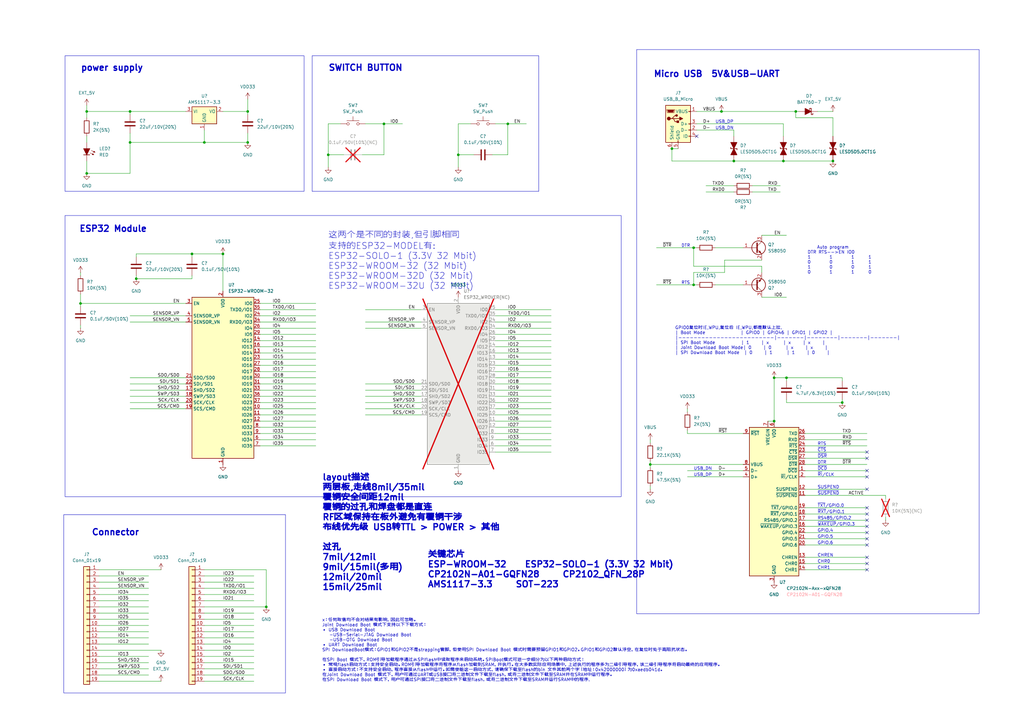
<source format=kicad_sch>
(kicad_sch (version 20250114) (generator "eeschema") (generator_version "9.0")
  (paper "A3")
  (rectangle (start 26.67 22.86) (end 124.714 78.486))
  (rectangle (start 261.112 20.32) (end 401.574 251.714))
  (rectangle (start 26.67 88.392) (end 254.762 203.708))
  (rectangle (start 128.016 22.86) (end 220.98 78.486))
  (rectangle (start 26.162 211.074) (end 117.094 284.226))
  (text "CHR0" (at 335.28 231.14 0) (effects (font (size 1.27 1.27)) (justify left bottom)))
  (text "~{RXT}/GPIO.1" (at 335.28 210.82 0) (effects (font (size 1.27 1.27)) (justify left bottom)))
  (text "GPIO0复位时IE,WPU,复位后 IE,WPU,都是默认上拉.\n| Boot Mode               | GPIO0 | GPIO46 | GPIO1 | GPIO2 |\n|-------------------------|-------|--------|-------|-------|\n| SPI Boot Mode           | 1     | x      | x     | x     |\n| Joint Download Boot Mode| 0     | 0      | x     | x     |\n| SPI Download Boot Mode  | 0     | 1      | 1     | 0     |" (at 276.86 139.7 0) (effects (font (size 1.27 1.27)) (justify left)))
  (text "支持的ESP32-MODEL有:\nESP32-SOLO-1 (3.3V 32 Mbit)\nESP32-WROOM-32 (32 Mbit)\nESP32-WROOM-32D (32 Mbit)\nESP32-WROOM-32U (32 Mbit)" (exclude_from_sim yes) (at 134.62 109.22 0) (effects (font (size 2.54 2.54)) (justify left)))
  (text "关键芯片\nESP-WROOM-32    ESP32-SOLO-1 (3.3V 32 Mbit)\nCP2102N-A01-GQFN28     CP2102_QFN_28P\nAMS1117-3.3     SOT-223" (exclude_from_sim yes) (at 175.26 233.68 0) (effects (font (size 2.54 2.54) (thickness 0.508) (bold yes)) (justify left)))
  (text "     Auto program\n DTR RTS-->EN IO0\n 1        1        1      1\n 0        0        1      1\n 1        0        0      1\n 0        1        1      0" (at 330.2 106.68 0) (effects (font (size 1.27 1.27)) (justify left)))
  (text "~{WAKEUP}/GPIO.3" (at 335.28 215.9 0) (effects (font (size 1.27 1.27)) (justify left bottom)))
  (text "layout描述\n两层板,走线8mil/35mil\n覆铜安全间距12mil\n覆铜的过孔和焊盘都是直连\nRF区域保持在板外避免有覆铜干涉\n布线优先级 USB转TTL > POWER > 其他\n\n过孔 \n7mil/12mil\n9mil/15mil(多用)\n12mil/20mil\n15mil/25mil" (at 132.08 218.44 0) (effects (font (size 2.54 2.54) (thickness 0.508) (bold yes)) (justify left)))
  (text "CHR1" (at 335.28 233.68 0) (effects (font (size 1.27 1.27)) (justify left bottom)))
  (text "SWITCH BUTTON" (at 134.62 27.94 0) (effects (font (size 2.54 2.54) (thickness 0.508) (bold yes)) (justify left)))
  (text "RS485/GPIO.2" (at 335.28 213.36 0) (effects (font (size 1.27 1.27)) (justify left bottom)))
  (text "~{DCD}" (at 335.28 193.04 0) (effects (font (size 1.27 1.27)) (justify left bottom)))
  (text " Connector" (at 35.56 218.44 0) (effects (font (size 2.54 2.54) (thickness 0.508) (bold yes)) (justify left)))
  (text "DTR" (at 279.4 101.6 0) (effects (font (size 1.27 1.27)) (justify left bottom)))
  (text "CHREN" (at 335.28 228.6 0) (effects (font (size 1.27 1.27)) (justify left bottom)))
  (text "~{RI}/CLK" (at 335.28 195.58 0) (effects (font (size 1.27 1.27)) (justify left bottom)))
  (text "RTS" (at 279.4 116.84 0) (effects (font (size 1.27 1.27)) (justify left bottom)))
  (text "USB_DP" (at 293.37 50.8 0) (effects (font (size 1.27 1.27)) (justify left bottom)))
  (text "USB_DN" (at 293.37 53.34 0) (effects (font (size 1.27 1.27)) (justify left bottom)))
  (text "DTR" (at 335.28 190.5 0) (effects (font (size 1.27 1.27)) (justify left bottom)))
  (text "RTS" (at 335.28 182.88 0) (effects (font (size 1.27 1.27)) (justify left bottom)))
  (text " ESP32 Module" (at 30.48 93.98 0) (effects (font (size 2.54 2.54) (thickness 0.508) (bold yes)) (justify left)))
  (text "GPIO.6" (at 335.28 223.52 0) (effects (font (size 1.27 1.27)) (justify left bottom)))
  (text "~{CTS}" (at 335.28 185.42 0) (effects (font (size 1.27 1.27)) (justify left bottom)))
  (text "SUSPEND" (at 335.28 200.66 0) (effects (font (size 1.27 1.27)) (justify left bottom)))
  (text "这两个是不同的封装,但引脚相同" (exclude_from_sim yes) (at 134.62 96.52 0) (effects (font (size 2.54 2.54)) (justify left)))
  (text "~{SUSPEND}" (at 335.28 203.2 0) (effects (font (size 1.27 1.27)) (justify left bottom)))
  (text "~{TXT}/GPIO.0" (at 335.28 208.28 0) (effects (font (size 1.27 1.27)) (justify left bottom)))
  (text "USB_DN" (at 284.48 193.04 0) (effects (font (size 1.27 1.27)) (justify left bottom)))
  (text "~{DSR}" (at 335.28 187.96 0) (effects (font (size 1.27 1.27)) (justify left bottom)))
  (text "Micro USB  5V&USB-UART" (at 267.97 30.48 0) (effects (font (size 2.54 2.54) (thickness 0.508) (bold yes)) (justify left)))
  (text "x：任何取值均不会对结果有影响，因此可忽略。\nJoint Download Boot 模式下支持以下下载方式：\n• USB Download Boot\n   -USB-Serial-JTAG Download Boot\n   -USB-OTG Download Boot\n• UART Download Boot\nSPI DownloadBoot模式：GPIO1和GPIO2不是strapping管脚，但使用SPI Download Boot 模式时需要预留GPIO1和GPIO2。GPIO1和GPIO2默认浮空，在复位时处于高阻抗状态。\n\n在SPI Boot 模式下，ROM引导加载程序通过从SPIflash中读取程序来启动系统。SPIBoot模式可进一步细分为以下两种启动方式：\n• 常规flash启动方式：支持安全启动。ROM引导加载程序将程序从flash加载到SRAM，并执行。在大多数实际应用场景中，上述执行的程序多为二级引导程序，该二级引导程序将启动最终的应用程序。\n• 直接启动方式：不支持安全启动，程序直接从flash中运行。如需使能这一启动方式，请确保下载至flash的bin 文件其前两个字（地址：0x42000000）为0xaedb041d。\n在Joint Download Boot 模式下，用户可通过UART或USB接口将二进制文件下载至flash，或将二进制文件下载至SRAM并在SRAM中运行程序。\n在SPI Download Boot 模式下，用户可通过SPI接口将二进制文件下载至flash，或将二进制文件下载至SRAM并运行SRAM中的程序." (at 132.08 266.7 0) (effects (font (size 1.27 1.27)) (justify left)))
  (text "GPIO.4" (at 335.28 218.44 0) (effects (font (size 1.27 1.27)) (justify left bottom)))
  (text "USB_DP" (at 284.48 195.58 0) (effects (font (size 1.27 1.27)) (justify left bottom)))
  (text "GPIO.5" (at 335.28 220.98 0) (effects (font (size 1.27 1.27)) (justify left bottom)))
  (text "power supply" (exclude_from_sim yes) (at 33.02 27.94 0) (effects (font (size 2.54 2.54) (thickness 0.508) (bold yes)) (justify left)))
  (junction (at 101.6 58.42))
  (junction (at 208.28 50.8))
  (junction (at 295.91 45.72))
  (junction (at 33.02 124.46))
  (junction (at 187.96 63.5))
  (junction (at 317.5 172.72))
  (junction (at 345.44 165.1))
  (junction (at 53.34 45.72))
  (junction (at 321.31 66.04))
  (junction (at 101.6 45.72))
  (junction (at 55.88 114.3))
  (junction (at 35.56 45.72))
  (junction (at 266.7 190.5))
  (junction (at 109.22 248.92))
  (junction (at 300.99 66.04))
  (junction (at 284.48 101.6))
  (junction (at 275.59 60.96))
  (junction (at 53.34 58.42))
  (junction (at 134.62 63.5))
  (junction (at 317.5 154.94))
  (junction (at 91.44 104.14))
  (junction (at 35.56 71.12))
  (junction (at 83.82 58.42))
  (junction (at 157.48 50.8))
  (junction (at 284.48 116.84))
  (junction (at 78.74 104.14))
  (junction (at 326.39 45.72))
  (junction (at 341.63 66.04))
  (junction (at 322.58 154.94))
  (no_connect (at 285.75 55.88))
  (no_connect (at 355.6 231.14))
  (no_connect (at 355.6 200.66))
  (no_connect (at 355.6 228.6))
  (no_connect (at 355.6 187.96))
  (no_connect (at 355.6 208.28))
  (no_connect (at 355.6 218.44))
  (no_connect (at 355.6 195.58))
  (no_connect (at 355.6 233.68))
  (no_connect (at 355.6 213.36))
  (no_connect (at 355.6 185.42))
  (no_connect (at 355.6 223.52))
  (no_connect (at 355.6 215.9))
  (no_connect (at 355.6 220.98))
  (no_connect (at 355.6 210.82))
  (no_connect (at 355.6 193.04))
  (wire (pts (xy 83.82 261.62) (xy 104.14 261.62)))
  (wire (pts (xy 322.58 163.83) (xy 322.58 165.1)))
  (wire (pts (xy 285.75 53.34) (xy 300.99 53.34)))
  (wire (pts (xy 129.54 129.54) (xy 106.68 129.54)))
  (wire (pts (xy 226.06 132.08) (xy 203.2 132.08)))
  (wire (pts (xy 289.56 78.74) (xy 300.99 78.74)))
  (wire (pts (xy 284.48 111.76) (xy 297.18 111.76)))
  (wire (pts (xy 53.34 71.12) (xy 35.56 71.12)))
  (wire (pts (xy 322.58 154.94) (xy 322.58 156.21)))
  (wire (pts (xy 226.06 182.88) (xy 203.2 182.88)))
  (wire (pts (xy 363.22 212.09) (xy 363.22 213.36)))
  (wire (pts (xy 40.64 254) (xy 60.96 254)))
  (wire (pts (xy 226.06 175.26) (xy 203.2 175.26)))
  (wire (pts (xy 129.54 180.34) (xy 106.68 180.34)))
  (wire (pts (xy 83.82 243.84) (xy 104.14 243.84)))
  (wire (pts (xy 83.82 236.22) (xy 104.14 236.22)))
  (wire (pts (xy 284.48 109.22) (xy 312.42 109.22)))
  (wire (pts (xy 83.82 266.7) (xy 104.14 266.7)))
  (wire (pts (xy 284.48 101.6) (xy 284.48 109.22)))
  (wire (pts (xy 355.6 215.9) (xy 330.2 215.9)))
  (wire (pts (xy 129.54 177.8) (xy 106.68 177.8)))
  (wire (pts (xy 226.06 162.56) (xy 203.2 162.56)))
  (wire (pts (xy 266.7 180.34) (xy 266.7 181.61)))
  (wire (pts (xy 129.54 152.4) (xy 106.68 152.4)))
  (wire (pts (xy 40.64 256.54) (xy 60.96 256.54)))
  (wire (pts (xy 35.56 45.72) (xy 53.34 45.72)))
  (wire (pts (xy 281.94 176.53) (xy 281.94 177.8)))
  (wire (pts (xy 53.34 132.08) (xy 76.2 132.08)))
  (wire (pts (xy 226.06 165.1) (xy 203.2 165.1)))
  (wire (pts (xy 53.34 160.02) (xy 76.2 160.02)))
  (wire (pts (xy 226.06 129.54) (xy 203.2 129.54)))
  (wire (pts (xy 129.54 175.26) (xy 106.68 175.26)))
  (wire (pts (xy 266.7 190.5) (xy 304.8 190.5)))
  (wire (pts (xy 53.34 54.61) (xy 53.34 58.42)))
  (wire (pts (xy 40.64 243.84) (xy 60.96 243.84)))
  (wire (pts (xy 321.31 50.8) (xy 321.31 55.88)))
  (wire (pts (xy 40.64 241.3) (xy 60.96 241.3)))
  (wire (pts (xy 139.7 50.8) (xy 134.62 50.8)))
  (wire (pts (xy 355.6 228.6) (xy 330.2 228.6)))
  (wire (pts (xy 226.06 144.78) (xy 203.2 144.78)))
  (wire (pts (xy 35.56 45.72) (xy 35.56 48.26)))
  (wire (pts (xy 226.06 149.86) (xy 203.2 149.86)))
  (wire (pts (xy 275.59 66.04) (xy 300.99 66.04)))
  (wire (pts (xy 312.42 109.22) (xy 312.42 111.76)))
  (wire (pts (xy 78.74 114.3) (xy 55.88 114.3)))
  (wire (pts (xy 40.64 261.62) (xy 60.96 261.62)))
  (wire (pts (xy 129.54 172.72) (xy 106.68 172.72)))
  (wire (pts (xy 322.58 154.94) (xy 345.44 154.94)))
  (wire (pts (xy 317.5 154.94) (xy 322.58 154.94)))
  (wire (pts (xy 33.02 111.76) (xy 33.02 113.03)))
  (wire (pts (xy 266.7 199.39) (xy 266.7 200.66)))
  (wire (pts (xy 226.06 160.02) (xy 203.2 160.02)))
  (wire (pts (xy 40.64 233.68) (xy 66.04 233.68)))
  (wire (pts (xy 281.94 167.64) (xy 281.94 168.91)))
  (wire (pts (xy 293.37 116.84) (xy 304.8 116.84)))
  (wire (pts (xy 281.94 193.04) (xy 304.8 193.04)))
  (wire (pts (xy 129.54 147.32) (xy 106.68 147.32)))
  (wire (pts (xy 129.54 157.48) (xy 106.68 157.48)))
  (wire (pts (xy 91.44 45.72) (xy 101.6 45.72)))
  (wire (pts (xy 129.54 144.78) (xy 106.68 144.78)))
  (wire (pts (xy 129.54 139.7) (xy 106.68 139.7)))
  (wire (pts (xy 33.02 124.46) (xy 33.02 125.73)))
  (wire (pts (xy 157.48 50.8) (xy 165.1 50.8)))
  (wire (pts (xy 355.6 187.96) (xy 330.2 187.96)))
  (wire (pts (xy 129.54 167.64) (xy 106.68 167.64)))
  (wire (pts (xy 83.82 238.76) (xy 104.14 238.76)))
  (wire (pts (xy 83.82 246.38) (xy 104.14 246.38)))
  (wire (pts (xy 149.86 134.62) (xy 172.72 134.62)))
  (wire (pts (xy 129.54 127) (xy 106.68 127)))
  (wire (pts (xy 355.6 231.14) (xy 330.2 231.14)))
  (wire (pts (xy 157.48 50.8) (xy 149.86 50.8)))
  (wire (pts (xy 129.54 165.1) (xy 106.68 165.1)))
  (wire (pts (xy 187.96 63.5) (xy 194.31 63.5)))
  (wire (pts (xy 134.62 63.5) (xy 134.62 68.58)))
  (wire (pts (xy 129.54 162.56) (xy 106.68 162.56)))
  (wire (pts (xy 53.34 45.72) (xy 76.2 45.72)))
  (wire (pts (xy 148.59 63.5) (xy 157.48 63.5)))
  (wire (pts (xy 83.82 53.34) (xy 83.82 58.42)))
  (wire (pts (xy 355.6 233.68) (xy 330.2 233.68)))
  (wire (pts (xy 284.48 116.84) (xy 285.75 116.84)))
  (wire (pts (xy 269.24 116.84) (xy 284.48 116.84)))
  (wire (pts (xy 40.64 279.4) (xy 66.04 279.4)))
  (wire (pts (xy 149.86 162.56) (xy 172.72 162.56)))
  (wire (pts (xy 355.6 213.36) (xy 330.2 213.36)))
  (wire (pts (xy 149.86 170.18) (xy 172.72 170.18)))
  (wire (pts (xy 40.64 238.76) (xy 60.96 238.76)))
  (wire (pts (xy 55.88 104.14) (xy 78.74 104.14)))
  (wire (pts (xy 295.91 45.72) (xy 326.39 45.72)))
  (wire (pts (xy 40.64 264.16) (xy 60.96 264.16)))
  (wire (pts (xy 55.88 113.03) (xy 55.88 114.3)))
  (wire (pts (xy 35.56 43.18) (xy 35.56 45.72)))
  (wire (pts (xy 33.02 133.35) (xy 33.02 134.62)))
  (wire (pts (xy 40.64 269.24) (xy 60.96 269.24)))
  (wire (pts (xy 35.56 66.04) (xy 35.56 71.12)))
  (wire (pts (xy 101.6 54.61) (xy 101.6 58.42)))
  (wire (pts (xy 83.82 279.4) (xy 104.14 279.4)))
  (wire (pts (xy 355.6 185.42) (xy 330.2 185.42)))
  (wire (pts (xy 53.34 167.64) (xy 76.2 167.64)))
  (wire (pts (xy 83.82 269.24) (xy 104.14 269.24)))
  (wire (pts (xy 157.48 63.5) (xy 157.48 50.8)))
  (wire (pts (xy 193.04 50.8) (xy 187.96 50.8)))
  (wire (pts (xy 355.6 218.44) (xy 330.2 218.44)))
  (wire (pts (xy 53.34 45.72) (xy 53.34 46.99)))
  (wire (pts (xy 355.6 200.66) (xy 330.2 200.66)))
  (wire (pts (xy 187.96 50.8) (xy 187.96 63.5)))
  (wire (pts (xy 308.61 78.74) (xy 320.04 78.74)))
  (wire (pts (xy 129.54 137.16) (xy 106.68 137.16)))
  (wire (pts (xy 53.34 58.42) (xy 83.82 58.42)))
  (wire (pts (xy 83.82 58.42) (xy 101.6 58.42)))
  (wire (pts (xy 355.6 195.58) (xy 330.2 195.58)))
  (wire (pts (xy 226.06 172.72) (xy 203.2 172.72)))
  (wire (pts (xy 109.22 233.68) (xy 109.22 248.92)))
  (wire (pts (xy 83.82 276.86) (xy 104.14 276.86)))
  (wire (pts (xy 355.6 193.04) (xy 330.2 193.04)))
  (wire (pts (xy 134.62 63.5) (xy 140.97 63.5)))
  (wire (pts (xy 40.64 274.32) (xy 60.96 274.32)))
  (wire (pts (xy 129.54 132.08) (xy 106.68 132.08)))
  (wire (pts (xy 297.18 106.68) (xy 312.42 106.68)))
  (wire (pts (xy 129.54 134.62) (xy 106.68 134.62)))
  (wire (pts (xy 83.82 256.54) (xy 104.14 256.54)))
  (wire (pts (xy 129.54 142.24) (xy 106.68 142.24)))
  (wire (pts (xy 149.86 127) (xy 172.72 127)))
  (wire (pts (xy 317.5 154.94) (xy 317.5 172.72)))
  (wire (pts (xy 83.82 264.16) (xy 104.14 264.16)))
  (wire (pts (xy 330.2 203.2) (xy 363.22 203.2)))
  (wire (pts (xy 275.59 60.96) (xy 278.13 60.96)))
  (wire (pts (xy 101.6 45.72) (xy 101.6 46.99)))
  (wire (pts (xy 226.06 154.94) (xy 203.2 154.94)))
  (wire (pts (xy 83.82 259.08) (xy 104.14 259.08)))
  (wire (pts (xy 83.82 271.78) (xy 104.14 271.78)))
  (wire (pts (xy 281.94 195.58) (xy 304.8 195.58)))
  (wire (pts (xy 208.28 50.8) (xy 215.9 50.8)))
  (wire (pts (xy 40.64 251.46) (xy 60.96 251.46)))
  (wire (pts (xy 308.61 76.2) (xy 320.04 76.2)))
  (wire (pts (xy 149.86 160.02) (xy 172.72 160.02)))
  (wire (pts (xy 226.06 167.64) (xy 203.2 167.64)))
  (wire (pts (xy 129.54 170.18) (xy 106.68 170.18)))
  (wire (pts (xy 285.75 45.72) (xy 295.91 45.72)))
  (wire (pts (xy 355.6 182.88) (xy 330.2 182.88)))
  (wire (pts (xy 83.82 248.92) (xy 109.22 248.92)))
  (wire (pts (xy 226.06 147.32) (xy 203.2 147.32)))
  (wire (pts (xy 355.6 220.98) (xy 330.2 220.98)))
  (wire (pts (xy 134.62 50.8) (xy 134.62 63.5)))
  (wire (pts (xy 53.34 129.54) (xy 76.2 129.54)))
  (wire (pts (xy 355.6 177.8) (xy 330.2 177.8)))
  (wire (pts (xy 53.34 165.1) (xy 76.2 165.1)))
  (wire (pts (xy 300.99 66.04) (xy 321.31 66.04)))
  (wire (pts (xy 53.34 154.94) (xy 76.2 154.94)))
  (wire (pts (xy 129.54 154.94) (xy 106.68 154.94)))
  (wire (pts (xy 40.64 271.78) (xy 60.96 271.78)))
  (wire (pts (xy 40.64 248.92) (xy 60.96 248.92)))
  (wire (pts (xy 363.22 203.2) (xy 363.22 204.47)))
  (wire (pts (xy 208.28 50.8) (xy 203.2 50.8)))
  (wire (pts (xy 40.64 246.38) (xy 60.96 246.38)))
  (wire (pts (xy 355.6 208.28) (xy 330.2 208.28)))
  (wire (pts (xy 266.7 190.5) (xy 266.7 191.77)))
  (wire (pts (xy 149.86 167.64) (xy 172.72 167.64)))
  (wire (pts (xy 285.75 50.8) (xy 321.31 50.8)))
  (wire (pts (xy 335.28 45.72) (xy 341.63 45.72)))
  (wire (pts (xy 53.34 162.56) (xy 76.2 162.56)))
  (wire (pts (xy 345.44 163.83) (xy 345.44 165.1)))
  (wire (pts (xy 284.48 101.6) (xy 285.75 101.6)))
  (wire (pts (xy 312.42 121.92) (xy 322.58 121.92)))
  (wire (pts (xy 187.96 63.5) (xy 187.96 68.58)))
  (wire (pts (xy 284.48 111.76) (xy 284.48 116.84)))
  (wire (pts (xy 33.02 120.65) (xy 33.02 124.46)))
  (wire (pts (xy 149.86 157.48) (xy 172.72 157.48)))
  (wire (pts (xy 78.74 104.14) (xy 91.44 104.14)))
  (wire (pts (xy 201.93 63.5) (xy 208.28 63.5)))
  (wire (pts (xy 129.54 182.88) (xy 106.68 182.88)))
  (wire (pts (xy 355.6 180.34) (xy 330.2 180.34)))
  (wire (pts (xy 326.39 48.26) (xy 341.63 48.26)))
  (wire (pts (xy 91.44 104.14) (xy 91.44 119.38)))
  (wire (pts (xy 314.96 172.72) (xy 317.5 172.72)))
  (wire (pts (xy 326.39 45.72) (xy 326.39 48.26)))
  (wire (pts (xy 83.82 274.32) (xy 104.14 274.32)))
  (wire (pts (xy 53.34 58.42) (xy 53.34 71.12)))
  (wire (pts (xy 226.06 185.42) (xy 203.2 185.42)))
  (wire (pts (xy 269.24 101.6) (xy 284.48 101.6)))
  (wire (pts (xy 226.06 152.4) (xy 203.2 152.4)))
  (wire (pts (xy 341.63 48.26) (xy 341.63 55.88)))
  (wire (pts (xy 55.88 104.14) (xy 55.88 105.41)))
  (wire (pts (xy 312.42 96.52) (xy 322.58 96.52)))
  (wire (pts (xy 129.54 149.86) (xy 106.68 149.86)))
  (wire (pts (xy 289.56 76.2) (xy 300.99 76.2)))
  (wire (pts (xy 83.82 233.68) (xy 109.22 233.68)))
  (wire (pts (xy 83.82 254) (xy 104.14 254)))
  (wire (pts (xy 226.06 170.18) (xy 203.2 170.18)))
  (wire (pts (xy 78.74 113.03) (xy 78.74 114.3)))
  (wire (pts (xy 355.6 223.52) (xy 330.2 223.52)))
  (wire (pts (xy 226.06 142.24) (xy 203.2 142.24)))
  (wire (pts (xy 208.28 63.5) (xy 208.28 50.8)))
  (wire (pts (xy 129.54 160.02) (xy 106.68 160.02)))
  (wire (pts (xy 355.6 210.82) (xy 330.2 210.82)))
  (wire (pts (xy 275.59 66.04) (xy 275.59 60.96)))
  (wire (pts (xy 293.37 101.6) (xy 304.8 101.6)))
  (wire (pts (xy 326.39 45.72) (xy 327.66 45.72)))
  (wire (pts (xy 226.06 139.7) (xy 203.2 139.7)))
  (wire (pts (xy 149.86 165.1) (xy 172.72 165.1)))
  (wire (pts (xy 226.06 137.16) (xy 203.2 137.16)))
  (wire (pts (xy 53.34 157.48) (xy 76.2 157.48)))
  (wire (pts (xy 355.6 190.5) (xy 330.2 190.5)))
  (wire (pts (xy 345.44 154.94) (xy 345.44 156.21)))
  (wire (pts (xy 297.18 111.76) (xy 297.18 106.68)))
  (wire (pts (xy 83.82 241.3) (xy 104.14 241.3)))
  (wire (pts (xy 226.06 180.34) (xy 203.2 180.34)))
  (wire (pts (xy 33.02 124.46) (xy 76.2 124.46)))
  (wire (pts (xy 266.7 189.23) (xy 266.7 190.5)))
  (wire (pts (xy 35.56 55.88) (xy 35.56 58.42)))
  (wire (pts (xy 226.06 127) (xy 203.2 127)))
  (wire (pts (xy 300.99 53.34) (xy 300.99 55.88)))
  (wire (pts (xy 40.64 266.7) (xy 66.04 266.7)))
  (wire (pts (xy 345.44 165.1) (xy 322.58 165.1)))
  (wire (pts (xy 40.64 259.08) (xy 60.96 259.08)))
  (wire (pts (xy 129.54 124.46) (xy 106.68 124.46)))
  (wire (pts (xy 281.94 177.8) (xy 304.8 177.8)))
  (wire (pts (xy 226.06 177.8) (xy 203.2 177.8)))
  (wire (pts (xy 40.64 276.86) (xy 60.96 276.86)))
  (wire (pts (xy 149.86 132.08) (xy 172.72 132.08)))
  (wire (pts (xy 78.74 104.14) (xy 78.74 105.41)))
  (wire (pts (xy 83.82 251.46) (xy 104.14 251.46)))
  (wire (pts (xy 101.6 40.64) (xy 101.6 45.72)))
  (wire (pts (xy 226.06 134.62) (xy 203.2 134.62)))
  (wire (pts (xy 226.06 157.48) (xy 203.2 157.48)))
  (wire (pts (xy 321.31 66.04) (xy 341.63 66.04)))
  (wire (pts (xy 40.64 236.22) (xy 60.96 236.22)))
  (label "D+" (at 288.29 50.8 0))
  (label "SCS/CMD" (at 170.18 170.18 180))
  (label "IO0" (at 317.5 121.92 0))
  (label "IO0" (at 111.76 124.46 0))
  (label "IO5" (at 111.76 137.16 0))
  (label "IO32" (at 111.76 175.26 0))
  (label "IO34" (at 111.76 180.34 0))
  (label "D-" (at 288.29 53.34 0))
  (label "IO22" (at 91.44 238.76 0))
  (label "IO27" (at 48.26 259.08 0))
  (label "IO5" (at 208.28 139.7 0))
  (label "SWP/SD3" (at 170.18 165.1 180))
  (label "IO2" (at 111.76 129.54 0))
  (label "RXD" (at 314.96 76.2 0))
  (label "IO21" (at 91.44 246.38 0))
  (label "SCK/CLK" (at 170.18 167.64 180))
  (label "IO0" (at 91.44 266.7 0))
  (label "SHD/SD2" (at 73.66 160.02 180))
  (label "D-" (at 294.64 193.04 0))
  (label "D+" (at 294.64 195.58 0))
  (label "IO26" (at 48.26 256.54 0))
  (label "IO4" (at 208.28 137.16 0))
  (label "IO15" (at 111.76 147.32 0))
  (label "SENSOR_VN" (at 48.26 241.3 0))
  (label "IO35" (at 208.28 185.42 0))
  (label "IO27" (at 208.28 175.26 0))
  (label "SENSOR_VN" (at 73.66 132.08 180))
  (label "IO18" (at 111.76 154.94 0))
  (label "IO15" (at 208.28 149.86 0))
  (label "IO32" (at 208.28 177.8 0))
  (label "TXD0" (at 292.1 76.2 0))
  (label "ACTIVE" (at 347.98 203.2 0))
  (label "VBUS" (at 288.29 45.72 0))
  (label "IO4" (at 91.44 264.16 0))
  (label "IO4" (at 111.76 134.62 0))
  (label "~{RTS}" (at 345.44 182.88 0))
  (label "IO13" (at 111.76 142.24 0))
  (label "IO26" (at 111.76 170.18 0))
  (label "IO34" (at 208.28 182.88 0))
  (label "IO25" (at 208.28 170.18 0))
  (label "TXD" (at 314.96 78.74 0))
  (label "TXD0/IO1" (at 208.28 129.54 0))
  (label "IO5" (at 91.44 256.54 0))
  (label "IO14" (at 48.26 261.62 0))
  (label "IO13" (at 48.26 269.24 0))
  (label "SDO{slash}SD0" (at 91.44 276.86 0))
  (label "IO33" (at 208.28 180.34 0))
  (label "RXD0" (at 292.1 78.74 0))
  (label "IO22" (at 111.76 162.56 0))
  (label "RXD0/IO3" (at 91.44 243.84 0))
  (label "IO19" (at 208.28 160.02 0))
  (label "IO0" (at 160.02 50.8 0))
  (label "SWP{slash}SD3" (at 48.26 274.32 0))
  (label "~{RST}" (at 294.64 177.8 0))
  (label "~{DTR}" (at 271.78 101.6 0))
  (label "~{DTR}" (at 345.44 190.5 0))
  (label "SWP/SD3" (at 73.66 162.56 180))
  (label "IO19" (at 111.76 157.48 0))
  (label "~{RTS}" (at 271.78 116.84 0))
  (label "TXD0/IO1" (at 91.44 241.3 0))
  (label "SDO/SD0" (at 73.66 154.94 180))
  (label "IO33" (at 48.26 251.46 0))
  (label "EN" (at 170.18 127 180))
  (label "IO32" (at 48.26 248.92 0))
  (label "SENSOR_VN" (at 170.18 134.62 180))
  (label "IO33" (at 111.76 177.8 0))
  (label "IO13" (at 208.28 144.78 0))
  (label "IO35" (at 111.76 182.88 0))
  (label "IO34" (at 48.26 243.84 0))
  (label "IO25" (at 48.26 254 0))
  (label "EN" (at 210.82 50.8 0))
  (label "IO18" (at 91.44 254 0))
  (label "EN" (at 48.26 236.22 0))
  (label "IO26" (at 208.28 172.72 0))
  (label "SHD{slash}SD2" (at 48.26 271.78 0))
  (label "IO35" (at 48.26 246.38 0))
  (label "IO0" (at 208.28 127 0))
  (label "IO14" (at 208.28 147.32 0))
  (label "SCS/CMD" (at 73.66 167.64 180))
  (label "IO18" (at 208.28 157.48 0))
  (label "SDO/SD0" (at 170.18 157.48 180))
  (label "IO12" (at 111.76 139.7 0))
  (label "SCK{slash}CLK" (at 91.44 279.4 0))
  (label "IO27" (at 111.76 172.72 0))
  (label "IO2" (at 208.28 132.08 0))
  (label "IO17" (at 111.76 152.4 0))
  (label "IO21" (at 111.76 160.02 0))
  (label "IO16" (at 111.76 149.86 0))
  (label "IO22" (at 208.28 165.1 0))
  (label "IO23" (at 91.44 236.22 0))
  (label "IO17" (at 91.44 259.08 0))
  (label "IO2" (at 91.44 269.24 0))
  (label "IO19" (at 91.44 251.46 0))
  (label "TXD0/IO1" (at 111.76 127 0))
  (label "IO14" (at 111.76 144.78 0))
  (label "SDI{slash}SD1" (at 91.44 274.32 0))
  (label "IO12" (at 208.28 142.24 0))
  (label "EN" (at 317.5 96.52 0))
  (label "SDI/SD1" (at 73.66 157.48 180))
  (label "RXD0/IO3" (at 208.28 134.62 0))
  (label "IO16" (at 208.28 152.4 0))
  (label "SENSOR_VP" (at 48.26 238.76 0))
  (label "SENSOR_VP" (at 73.66 129.54 180))
  (label "IO16" (at 91.44 261.62 0))
  (label "EN" (at 73.66 124.46 180))
  (label "IO23" (at 208.28 167.64 0))
  (label "SCK/CLK" (at 73.66 165.1 180))
  (label "IO21" (at 208.28 162.56 0))
  (label "SDI/SD1" (at 170.18 160.02 180))
  (label "SCS{slash}CMD" (at 48.26 276.86 0))
  (label "IO25" (at 111.76 167.64 0))
  (label "IO15" (at 91.44 271.78 0))
  (label "TXD" (at 345.44 177.8 0))
  (label "SHD/SD2" (at 170.18 162.56 180))
  (label "SENSOR_VP" (at 170.18 132.08 180))
  (label "RXD" (at 345.44 180.34 0))
  (label "IO12" (at 48.26 264.16 0))
  (label "IO23" (at 111.76 165.1 0))
  (label "RXD0/IO3" (at 111.76 132.08 0))
  (label "IO17" (at 208.28 154.94 0))
  (symbol (lib_id "Transistor_BJT:SS8050") (at 309.88 101.6 0) (unit 1)
    (property "Reference" "Q?" (at 314.96 100.3299 0) (effects (justify left)))
    (property "Value" "SS8050" (at 314.96 102.8699 0) (effects (justify left)))
    (property "Footprint" "Package_TO_SOT_SMD:SOT-23" (effects (hide yes)))
    (property "Datasheet" "http://www.secosgmbh.com/datasheet/products/SSMPTransistor/SOT-23/SS8050.pdf" (effects (hide yes)))
    (property "Description" "General Purpose NPN Transistor, 1.5A Ic, 25V Vce, SOT-23" (effects (hide yes)))
  )
  (symbol (lib_id "PCM_Resistor_AKL:R_1206") (at 289.56 116.84 90) (unit 1)
    (property "Reference" "R?" (at 289.56 110.49 90))
    (property "Value" "10K(5%)" (at 289.56 113.03 90))
    (property "Footprint" "PCM_Resistor_SMD_AKL:R_1206_3216Metric" (effects (hide yes)))
    (property "Description" "SMD 1206 Chip Resistor, European Symbol, Alternate KiCad Library" (effects (hide yes)))
  )
  (symbol (lib_id "power:GND") (at 317.5 238.76 0) (unit 1)
    (property "Reference" "#PWR?" (effects (hide yes)))
    (property "Value" "GND" (at 317.5 243.84 0))
    (property "Description" "Power symbol creates a global label with name \"GND\" , ground" (effects (hide yes)))
  )
  (symbol (lib_id "PCM_Capacitor_AKL:C_1206") (at 198.12 63.5 270) (unit 1)
    (property "Reference" "C?" (at 198.12 55.88 90))
    (property "Value" "0.1uF/50V(10%)" (at 198.12 58.42 90))
    (property "Footprint" "PCM_Capacitor_SMD_AKL:C_1206_3216Metric" (effects (hide yes)))
    (property "Description" "SMD 1206 MLCC capacitor, Alternate KiCad Library" (effects (hide yes)))
  )
  (symbol (lib_id "power:GND") (at 134.62 68.58 0) (unit 1)
    (property "Reference" "#PWR?" (effects (hide yes)))
    (property "Value" "GND" (at 134.62 73.66 0))
    (property "Description" "Power symbol creates a global label with name \"GND\" , ground" (effects (hide yes)))
  )
  (symbol (lib_id "Connector_Generic:Conn_01x19") (at 78.74 256.54 0) (mirror y) (unit 1)
    (property "Reference" "J?" (at 78.74 227.33 0))
    (property "Value" "Conn_01x19" (at 78.74 229.87 0))
    (property "Description" "Generic connector, single row, 01x19, script generated (kicad-library-utils/schlib/autogen/connector/)" (effects (hide yes)))
  )
  (symbol (lib_id "power:+5V") (at 33.02 111.76 0) (unit 1)
    (property "Reference" "#PWR?" (effects (hide yes)))
    (property "Value" "VDD33" (at 33.02 106.68 0))
    (property "Description" "Power symbol creates a global label with name \"+5V\"" (effects (hide yes)))
  )
  (symbol (lib_id "PCM_Resistor_AKL:R_1206") (at 281.94 172.72 180) (unit 1)
    (property "Reference" "R?" (at 284.48 171.4499 0) (effects (justify right)))
    (property "Value" "2K(5%)" (at 284.48 173.9899 0) (effects (justify right)))
    (property "Footprint" "PCM_Resistor_SMD_AKL:R_1206_3216Metric" (effects (hide yes)))
    (property "Description" "SMD 1206 Chip Resistor, European Symbol, Alternate KiCad Library" (effects (hide yes)))
  )
  (symbol (lib_id "RF_Module:ESP32-WROOM-32") (at 91.44 154.94 0) (unit 1)
    (property "Reference" "U?" (at 93.5833 116.84 0) (effects (justify left)))
    (property "Value" "ESP32-WROOM-32" (at 93.5833 119.38 0) (effects (justify left)))
    (property "Footprint" "RF_Module:ESP32-WROOM-32" (effects (hide yes)))
    (property "Datasheet" "https://www.espressif.com/sites/default/files/documentation/esp32-wroom-32_datasheet_en.pdf" (effects (hide yes)))
    (property "Description" "RF Module, ESP32-D0WDQ6 SoC, Wi-Fi 802.11b/g/n, Bluetooth, BLE, 32-bit, 2.7-3.6V, onboard antenna, SMD" (effects (hide yes)))
  )
  (symbol (lib_id "PCM_Capacitor_AKL:C_1206") (at 78.74 109.22 0) (unit 1)
    (property "Reference" "C?" (at 82.55 107.9499 0) (effects (justify left)))
    (property "Value" "0.1uF/50V(10%)" (at 82.55 110.4899 0) (effects (justify left)))
    (property "Footprint" "PCM_Capacitor_SMD_AKL:C_1206_3216Metric" (effects (hide yes)))
    (property "Description" "SMD 1206 MLCC capacitor, Alternate KiCad Library" (effects (hide yes)))
  )
  (symbol (lib_id "power:GND") (at 55.88 114.3 0) (unit 1)
    (property "Reference" "#PWR?" (effects (hide yes)))
    (property "Value" "GND" (at 55.88 119.38 0))
    (property "Description" "Power symbol creates a global label with name \"GND\" , ground" (effects (hide yes)))
  )
  (symbol (lib_id "power:GND") (at 66.04 266.7 0) (unit 1)
    (property "Reference" "#PWR?" (effects (hide yes)))
    (property "Value" "GND" (at 66.04 271.78 0))
    (property "Description" "Power symbol creates a global label with name \"GND\" , ground" (effects (hide yes)))
  )
  (symbol (lib_id "Library:LESD5D5.0CT1G") (at 341.63 60.96 90) (unit 1)
    (property "Reference" "D?" (at 344.17 59.6899 90) (effects (justify right)))
    (property "Value" "LESD5D5.0CT1G" (at 344.17 62.2299 90) (effects (justify right)))
    (property "Footprint" "Diode_SMD:D_SOD-523" (effects (hide yes)))
    (property "Datasheet" "https://www.jlc-smt.com/lcsc/detail?componentCode=C383211&spm=smt-pc.search-result.list.0" (effects (hide yes)))
    (property "Description" "Bidirectional TVS Diode, Generic symbol, Alternate KiCAD Library" (effects (hide yes)))
  )
  (symbol (lib_id "power:+5V") (at 101.6 40.64 0) (unit 1)
    (property "Reference" "#PWR?" (effects (hide yes)))
    (property "Value" "VDD33" (at 101.6 35.56 0))
    (property "Description" "Power symbol creates a global label with name \"+5V\"" (effects (hide yes)))
  )
  (symbol (lib_id "PCM_Capacitor_AKL:C_1206") (at 33.02 129.54 0) (unit 1)
    (property "Reference" "C?" (at 36.83 128.2699 0) (effects (justify left)))
    (property "Value" "0.1uF/50V(10%)" (at 36.83 130.8099 0) (effects (justify left)))
    (property "Footprint" "PCM_Capacitor_SMD_AKL:C_1206_3216Metric" (effects (hide yes)))
    (property "Description" "SMD 1206 MLCC capacitor, Alternate KiCad Library" (effects (hide yes)))
  )
  (symbol (lib_id "power:GND") (at 341.63 66.04 0) (unit 1)
    (property "Reference" "#PWR?" (effects (hide yes)))
    (property "Value" "GND" (at 341.63 71.12 0))
    (property "Description" "Power symbol creates a global label with name \"GND\" , ground" (effects (hide yes)))
  )
  (symbol (lib_id "PCM_Resistor_AKL:R_1206") (at 289.56 101.6 90) (unit 1)
    (property "Reference" "R?" (at 289.56 95.25 90))
    (property "Value" "10K(5%)" (at 289.56 97.79 90))
    (property "Footprint" "PCM_Resistor_SMD_AKL:R_1206_3216Metric" (effects (hide yes)))
    (property "Description" "SMD 1206 Chip Resistor, European Symbol, Alternate KiCad Library" (effects (hide yes)))
  )
  (symbol (lib_id "Connector:USB_B_Micro") (at 278.13 50.8 0) (unit 1)
    (property "Reference" "J?" (at 278.13 38.1 0))
    (property "Value" "USB_B_Micro" (at 278.13 40.64 0))
    (property "Description" "USB Micro Type B connector" (effects (hide yes)))
  )
  (symbol (lib_id "power:GND") (at 187.96 68.58 0) (unit 1)
    (property "Reference" "#PWR?" (effects (hide yes)))
    (property "Value" "GND" (at 187.96 73.66 0))
    (property "Description" "Power symbol creates a global label with name \"GND\" , ground" (effects (hide yes)))
  )
  (symbol (lib_id "Regulator_Linear:AMS1117-3.3") (at 83.82 45.72 0) (unit 1)
    (property "Reference" "U?" (at 83.82 39.37 0))
    (property "Value" "AMS1117-3.3" (at 83.82 41.91 0))
    (property "Footprint" "Package_TO_SOT_SMD:SOT-223-3_TabPin2" (effects (hide yes)))
    (property "Datasheet" "http://www.advanced-monolithic.com/pdf/ds1117.pdf" (effects (hide yes)))
    (property "Description" "1A Low Dropout regulator, positive, 3.3V fixed output, SOT-223" (effects (hide yes)))
  )
  (symbol (lib_id "power:+5V") (at 66.04 279.4 0) (unit 1)
    (property "Reference" "#PWR?" (effects (hide yes)))
    (property "Value" "EXT_5V" (at 66.04 274.32 0))
    (property "Description" "Power symbol creates a global label with name \"+5V\"" (effects (hide yes)))
  )
  (symbol (lib_id "power:GND") (at 91.44 190.5 0) (unit 1)
    (property "Reference" "#PWR?" (effects (hide yes)))
    (property "Value" "GND" (at 91.44 195.58 0))
    (property "Description" "Power symbol creates a global label with name \"GND\" , ground" (effects (hide yes)))
  )
  (symbol (lib_id "Switch:SW_Push") (at 144.78 50.8 0) (unit 1)
    (property "Reference" "SW?" (at 144.78 43.18 0))
    (property "Value" "SW_Push" (at 144.78 45.72 0))
    (property "Footprint" "Button_Switch_THT:SW_PUSH_6mm_H7.3mm" (effects (hide yes)))
    (property "Description" "Push button switch, generic, two pins" (effects (hide yes)))
  )
  (symbol (lib_id "Switch:SW_Push") (at 198.12 50.8 0) (unit 1)
    (property "Reference" "SW?" (at 198.12 43.18 0))
    (property "Value" "SW_Push" (at 198.12 45.72 0))
    (property "Footprint" "Button_Switch_THT:SW_PUSH_6mm_H7.3mm" (effects (hide yes)))
    (property "Description" "Push button switch, generic, two pins" (effects (hide yes)))
  )
  (symbol (lib_id "PCM_Resistor_AKL:R_1206") (at 363.22 208.28 180) (unit 1) (dnp yes)
    (property "Reference" "R?" (at 365.76 207.0099 0) (effects (justify right)))
    (property "Value" "10K(5%)(NC)" (at 365.76 209.5499 0) (effects (justify right)))
    (property "Footprint" "PCM_Resistor_SMD_AKL:R_1206_3216Metric" (effects (hide yes)))
    (property "Description" "SMD 1206 Chip Resistor, European Symbol, Alternate KiCad Library" (effects (hide yes)))
  )
  (symbol (lib_id "PCM_Resistor_AKL:R_1206") (at 266.7 195.58 180) (unit 1)
    (property "Reference" "R?" (at 269.24 194.3099 0) (effects (justify right)))
    (property "Value" "47.5K(5%)" (at 269.24 196.8499 0) (effects (justify right)))
    (property "Footprint" "PCM_Resistor_SMD_AKL:R_1206_3216Metric" (effects (hide yes)))
    (property "Description" "SMD 1206 Chip Resistor, European Symbol, Alternate KiCad Library" (effects (hide yes)))
  )
  (symbol (lib_id "power:GND") (at 101.6 58.42 0) (unit 1)
    (property "Reference" "#PWR?" (effects (hide yes)))
    (property "Value" "GND" (at 101.6 63.5 0))
    (property "Description" "Power symbol creates a global label with name \"GND\" , ground" (effects (hide yes)))
  )
  (symbol (lib_id "power:+5V") (at 281.94 167.64 0) (unit 1)
    (property "Reference" "#PWR?" (effects (hide yes)))
    (property "Value" "VDD33" (at 281.94 162.56 0))
    (property "Description" "Power symbol creates a global label with name \"+5V\"" (effects (hide yes)))
  )
  (symbol (lib_id "power:GND") (at 109.22 248.92 0) (unit 1)
    (property "Reference" "#PWR?" (effects (hide yes)))
    (property "Value" "GND" (at 109.22 254 0))
    (property "Description" "Power symbol creates a global label with name \"GND\" , ground" (effects (hide yes)))
  )
  (symbol (lib_id "power:+5V") (at 91.44 104.14 0) (unit 1)
    (property "Reference" "#PWR?" (effects (hide yes)))
    (property "Value" "VDD33" (at 91.44 99.06 0))
    (property "Description" "Power symbol creates a global label with name \"+5V\"" (effects (hide yes)))
  )
  (symbol (lib_id "PCM_Capacitor_AKL:C_1206") (at 55.88 109.22 0) (unit 1)
    (property "Reference" "C?" (at 59.69 107.9499 0) (effects (justify left)))
    (property "Value" "22uF/10V(20%)" (at 59.69 110.4899 0) (effects (justify left)))
    (property "Footprint" "PCM_Capacitor_SMD_AKL:C_1206_3216Metric" (effects (hide yes)))
    (property "Description" "SMD 1206 MLCC capacitor, Alternate KiCad Library" (effects (hide yes)))
  )
  (symbol (lib_id "power:+5V") (at 187.96 121.92 0) (unit 1)
    (property "Reference" "#PWR?" (effects (hide yes)))
    (property "Value" "VDD33" (at 187.96 116.84 0))
    (property "Description" "Power symbol creates a global label with name \"+5V\"" (effects (hide yes)))
  )
  (symbol (lib_id "PCM_LED_AKL:LED_1206") (at 35.56 62.23 270) (unit 1)
    (property "Reference" "LED?" (at 40.64 60.9599 90) (effects (justify left)))
    (property "Value" "RED" (at 40.64 63.4999 90) (effects (justify left)))
    (property "Footprint" "PCM_LED_SMD_AKL:LED_1206_3216Metric" (effects (hide yes)))
    (property "Description" "SMD LED, 1206, Alternate KiCad Library" (effects (hide yes)))
  )
  (symbol (lib_id "PCM_Resistor_AKL:R_1206") (at 35.56 52.07 0) (unit 1)
    (property "Reference" "R?" (at 38.1 50.7999 0) (effects (justify left)))
    (property "Value" "2K(5%)" (at 38.1 53.3399 0) (effects (justify left)))
    (property "Footprint" "PCM_Resistor_SMD_AKL:R_1206_3216Metric" (effects (hide yes)))
    (property "Description" "SMD 1206 Chip Resistor, European Symbol, Alternate KiCad Library" (effects (hide yes)))
  )
  (symbol (lib_id "PCM_Capacitor_AKL:C_1206") (at 345.44 160.02 0) (unit 1)
    (property "Reference" "C?" (at 349.25 158.7499 0) (effects (justify left)))
    (property "Value" "0.1uF/50V(10%)" (at 349.25 161.2899 0) (effects (justify left)))
    (property "Footprint" "PCM_Capacitor_SMD_AKL:C_1206_3216Metric" (effects (hide yes)))
    (property "Description" "SMD 1206 MLCC capacitor, Alternate KiCad Library" (effects (hide yes)))
  )
  (symbol (lib_id "power:+5V") (at 341.63 45.72 0) (unit 1)
    (property "Reference" "#PWR?" (effects (hide yes)))
    (property "Value" "EXT_5V" (at 341.63 40.64 0))
    (property "Description" "Power symbol creates a global label with name \"+5V\"" (effects (hide yes)))
  )
  (symbol (lib_id "PCM_Capacitor_AKL:C_1206") (at 322.58 160.02 0) (unit 1)
    (property "Reference" "C?" (at 326.39 158.7499 0) (effects (justify left)))
    (property "Value" "4.7uF/6.3V(10%)" (at 326.39 161.2899 0) (effects (justify left)))
    (property "Footprint" "PCM_Capacitor_SMD_AKL:C_1206_3216Metric" (effects (hide yes)))
    (property "Description" "SMD 1206 MLCC capacitor, Alternate KiCad Library" (effects (hide yes)))
  )
  (symbol (lib_id "Connector_Generic:Conn_01x19") (at 35.56 256.54 0) (mirror y) (unit 1)
    (property "Reference" "J?" (at 35.56 227.33 0))
    (property "Value" "Conn_01x19" (at 35.56 229.87 0))
    (property "Description" "Generic connector, single row, 01x19, script generated (kicad-library-utils/schlib/autogen/connector/)" (effects (hide yes)))
  )
  (symbol (lib_id "power:GND") (at 187.96 193.04 0) (unit 1)
    (property "Reference" "#PWR?" (effects (hide yes)))
    (property "Value" "GND" (at 187.96 198.12 0))
    (property "Description" "Power symbol creates a global label with name \"GND\" , ground" (effects (hide yes)))
  )
  (symbol (lib_id "PCM_Resistor_AKL:R_1206") (at 33.02 116.84 0) (unit 1)
    (property "Reference" "R?" (at 35.56 115.5699 0) (effects (justify left)))
    (property "Value" "10K(5%)" (at 35.56 118.1099 0) (effects (justify left)))
    (property "Footprint" "PCM_Resistor_SMD_AKL:R_1206_3216Metric" (effects (hide yes)))
    (property "Description" "SMD 1206 Chip Resistor, European Symbol, Alternate KiCad Library" (effects (hide yes)))
  )
  (symbol (lib_id "power:+5V") (at 317.5 154.94 0) (unit 1)
    (property "Reference" "#PWR?" (effects (hide yes)))
    (property "Value" "VDD33" (at 317.5 149.86 0))
    (property "Description" "Power symbol creates a global label with name \"+5V\"" (effects (hide yes)))
  )
  (symbol (lib_id "power:GND") (at 33.02 134.62 0) (unit 1)
    (property "Reference" "#PWR?" (effects (hide yes)))
    (property "Value" "GND" (at 33.02 139.7 0))
    (property "Description" "Power symbol creates a global label with name \"GND\" , ground" (effects (hide yes)))
  )
  (symbol (lib_id "power:+5V") (at 35.56 43.18 0) (unit 1)
    (property "Reference" "#PWR?" (effects (hide yes)))
    (property "Value" "EXT_5V" (at 35.56 38.1 0))
    (property "Description" "Power symbol creates a global label with name \"+5V\"" (effects (hide yes)))
  )
  (symbol (lib_id "power:GND") (at 345.44 165.1 0) (unit 1)
    (property "Reference" "#PWR?" (effects (hide yes)))
    (property "Value" "GND" (at 345.44 170.18 0))
    (property "Description" "Power symbol creates a global label with name \"GND\" , ground" (effects (hide yes)))
  )
  (symbol (lib_id "power:GND") (at 35.56 71.12 0) (unit 1)
    (property "Reference" "#PWR?" (effects (hide yes)))
    (property "Value" "GND" (at 35.56 76.2 0))
    (property "Description" "Power symbol creates a global label with name \"GND\" , ground" (effects (hide yes)))
  )
  (symbol (lib_id "PCM_Capacitor_AKL:C_1206") (at 144.78 63.5 270) (unit 1) (dnp yes)
    (property "Reference" "C?" (at 144.78 55.88 90))
    (property "Value" "0.1uF/50V(10%)(NC)" (at 144.78 58.42 90))
    (property "Footprint" "PCM_Capacitor_SMD_AKL:C_1206_3216Metric" (effects (hide yes)))
    (property "Description" "SMD 1206 MLCC capacitor, Alternate KiCad Library" (effects (hide yes)))
  )
  (symbol (lib_id "power:VBUS") (at 266.7 180.34 0) (unit 1)
    (property "Reference" "#PWR?" (effects (hide yes)))
    (property "Value" "VBUS" (at 266.7 175.26 0))
    (property "Description" "Power symbol creates a global label with name \"VBUS\"" (effects (hide yes)))
  )
  (symbol (lib_id "PCM_Capacitor_AKL:C_1206") (at 53.34 50.8 0) (unit 1)
    (property "Reference" "C?" (at 57.15 49.5299 0) (effects (justify left)))
    (property "Value" "22uF/10V(20%)" (at 57.15 52.0699 0) (effects (justify left)))
    (property "Footprint" "PCM_Capacitor_SMD_AKL:C_1206_3216Metric" (effects (hide yes)))
    (property "Description" "SMD 1206 MLCC capacitor, Alternate KiCad Library" (effects (hide yes)))
  )
  (symbol (lib_id "RF_Module:ESP32-WROOM-32") (at 187.96 157.48 0) (unit 1) (dnp yes)
    (property "Reference" "U?" (at 190.1033 119.38 0) (effects (justify left)))
    (property "Value" "ESP32_WROVER(NC)" (at 190.1033 121.92 0) (effects (justify left)))
    (property "Footprint" "RF_Module:ESP32-WROOM-32" (effects (hide yes)))
    (property "Datasheet" "https://www.espressif.com/sites/default/files/documentation/esp32-wroom-32_datasheet_en.pdf" (effects (hide yes)))
    (property "Description" "RF Module, ESP32-D0WDQ6 SoC, Wi-Fi 802.11b/g/n, Bluetooth, BLE, 32-bit, 2.7-3.6V, onboard antenna, SMD" (effects (hide yes)))
  )
  (symbol (lib_id "PCM_Resistor_AKL:R_1206") (at 304.8 76.2 90) (unit 1)
    (property "Reference" "R?" (at 304.8 69.85 90))
    (property "Value" "0R(5%)" (at 304.8 72.39 90))
    (property "Footprint" "PCM_Resistor_SMD_AKL:R_1206_3216Metric" (effects (hide yes)))
    (property "Description" "SMD 1206 Chip Resistor, European Symbol, Alternate KiCad Library" (effects (hide yes)))
  )
  (symbol (lib_id "power:VBUS") (at 295.91 45.72 0) (unit 1)
    (property "Reference" "#PWR?" (effects (hide yes)))
    (property "Value" "VBUS" (at 295.91 40.64 0))
    (property "Description" "Power symbol creates a global label with name \"VBUS\"" (effects (hide yes)))
  )
  (symbol (lib_id "Library:BAT760-7") (at 331.47 45.72 0) (unit 1)
    (property "Reference" "D?" (at 331.7875 39.37 0))
    (property "Value" "BAT760-7" (at 331.7875 41.91 0))
    (property "Footprint" "Diode_SMD:D_SOD-323" (effects (hide yes)))
    (property "Description" "Schottky diode, Generic Symbol, Alternate KiCAD Library" (effects (hide yes)))
  )
  (symbol (lib_id "power:GND") (at 266.7 200.66 0) (unit 1)
    (property "Reference" "#PWR?" (effects (hide yes)))
    (property "Value" "GND" (at 266.7 205.74 0))
    (property "Description" "Power symbol creates a global label with name \"GND\" , ground" (effects (hide yes)))
  )
  (symbol (lib_id "PCM_Resistor_AKL:R_1206") (at 304.8 78.74 90) (mirror x) (unit 1)
    (property "Reference" "R?" (at 304.8 85.09 90))
    (property "Value" "0R(5%)" (at 304.8 82.55 90))
    (property "Footprint" "PCM_Resistor_SMD_AKL:R_1206_3216Metric" (effects (hide yes)))
    (property "Description" "SMD 1206 Chip Resistor, European Symbol, Alternate KiCad Library" (effects (hide yes)))
  )
  (symbol (lib_id "PCM_Capacitor_AKL:C_1206") (at 101.6 50.8 0) (unit 1)
    (property "Reference" "C?" (at 105.41 49.5299 0) (effects (justify left)))
    (property "Value" "22uF/10V(20%)" (at 105.41 52.0699 0) (effects (justify left)))
    (property "Footprint" "PCM_Capacitor_SMD_AKL:C_1206_3216Metric" (effects (hide yes)))
    (property "Description" "SMD 1206 MLCC capacitor, Alternate KiCad Library" (effects (hide yes)))
  )
  (symbol (lib_id "Transistor_BJT:SS8050") (at 309.88 116.84 0) (mirror x) (unit 1)
    (property "Reference" "Q?" (at 314.96 118.1101 0) (effects (justify left)))
    (property "Value" "SS8050" (at 314.96 115.5701 0) (effects (justify left)))
    (property "Footprint" "Package_TO_SOT_SMD:SOT-23" (effects (hide yes)))
    (property "Datasheet" "http://www.secosgmbh.com/datasheet/products/SSMPTransistor/SOT-23/SS8050.pdf" (effects (hide yes)))
    (property "Description" "General Purpose NPN Transistor, 1.5A Ic, 25V Vce, SOT-23" (effects (hide yes)))
  )
  (symbol (lib_id "power:+5V") (at 66.04 233.68 0) (unit 1)
    (property "Reference" "#PWR?" (effects (hide yes)))
    (property "Value" "VDD33" (at 66.04 228.6 0))
    (property "Description" "Power symbol creates a global label with name \"+5V\"" (effects (hide yes)))
  )
  (symbol (lib_id "power:GND") (at 363.22 213.36 0) (unit 1)
    (property "Reference" "#PWR?" (effects (hide yes)))
    (property "Value" "GND" (at 363.22 218.44 0))
    (property "Description" "Power symbol creates a global label with name \"GND\" , ground" (effects (hide yes)))
  )
  (symbol (lib_id "Library:LESD5D5.0CT1G") (at 300.99 60.96 90) (unit 1)
    (property "Reference" "D?" (at 303.53 59.6899 90) (effects (justify right)))
    (property "Value" "LESD5D5.0CT1G" (at 303.53 62.2299 90) (effects (justify right)))
    (property "Footprint" "Diode_SMD:D_SOD-523" (effects (hide yes)))
    (property "Datasheet" "https://www.jlc-smt.com/lcsc/detail?componentCode=C383211&spm=smt-pc.search-result.list.0" (effects (hide yes)))
    (property "Description" "Bidirectional TVS Diode, Generic symbol, Alternate KiCAD Library" (effects (hide yes)))
  )
  (symbol (lib_id "Library:LESD5D5.0CT1G") (at 321.31 60.96 90) (unit 1)
    (property "Reference" "D?" (at 323.85 59.6899 90) (effects (justify right)))
    (property "Value" "LESD5D5.0CT1G" (at 323.85 62.2299 90) (effects (justify right)))
    (property "Footprint" "Diode_SMD:D_SOD-523" (effects (hide yes)))
    (property "Datasheet" "https://www.jlc-smt.com/lcsc/detail?componentCode=C383211&spm=smt-pc.search-result.list.0" (effects (hide yes)))
    (property "Description" "Bidirectional TVS Diode, Generic symbol, Alternate KiCAD Library" (effects (hide yes)))
  )
  (symbol (lib_id "Interface_USB:CP2102N-Axx-xQFN28") (at 317.5 205.74 0) (unit 1)
    (property "Reference" "U?" (at 319.6433 238.76 0) (effects (justify left)))
    (property "Value" "CP2102N-Axx-xQFN28" (at 322.58 241.3 0) (effects (justify left)))
    (property "Footprint" "Package_DFN_QFN:QFN-28-1EP_5x5mm_P0.5mm_EP3.35x3.35mm" (effects (hide yes)))
    (property "Datasheet" "https://www.silabs.com/documents/public/data-sheets/cp2102n-datasheet.pdf" (effects (hide yes)))
    (property "Description" "USB to UART master bridge, QFN-28" (effects (hide yes)))
    (property "MS" "CP2102N-A01-GQFN28" (at 322.58 243.84 0) (effects (justify left)))
  )
  (symbol (lib_id "PCM_Resistor_AKL:R_1206") (at 266.7 185.42 180) (unit 1)
    (property "Reference" "R?" (at 269.24 184.1499 0) (effects (justify right)))
    (property "Value" "22.1K(5%)" (at 269.24 186.6899 0) (effects (justify right)))
    (property "Footprint" "PCM_Resistor_SMD_AKL:R_1206_3216Metric" (effects (hide yes)))
    (property "Description" "SMD 1206 Chip Resistor, European Symbol, Alternate KiCad Library" (effects (hide yes)))
  )
)
</source>
